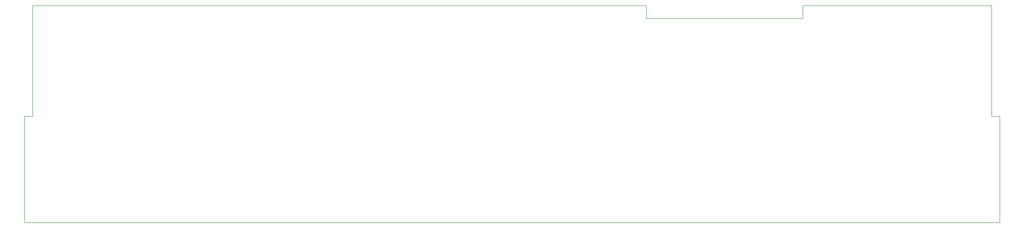
<source format=gbr>
%TF.GenerationSoftware,KiCad,Pcbnew,8.0.6*%
%TF.CreationDate,2025-01-17T17:26:35+00:00*%
%TF.ProjectId,top,746f702e-6b69-4636-9164-5f7063625858,rev?*%
%TF.SameCoordinates,Original*%
%TF.FileFunction,Profile,NP*%
%FSLAX46Y46*%
G04 Gerber Fmt 4.6, Leading zero omitted, Abs format (unit mm)*
G04 Created by KiCad (PCBNEW 8.0.6) date 2025-01-17 17:26:35*
%MOMM*%
%LPD*%
G01*
G04 APERTURE LIST*
%TA.AperFunction,Profile*%
%ADD10C,0.050000*%
%TD*%
G04 APERTURE END LIST*
D10*
X255500000Y-110200000D02*
X255500000Y-89100000D01*
X253900000Y-89100000D02*
X253900000Y-67200000D01*
X63900000Y-67200000D02*
X63900000Y-89100000D01*
X185450000Y-67200000D02*
X185450000Y-69700000D01*
X216450000Y-69700000D02*
X200950000Y-69700000D01*
X185450000Y-67200000D02*
X63900000Y-67200000D01*
X216450000Y-67200000D02*
X216450000Y-69700000D01*
X63900000Y-110200000D02*
X253900000Y-110200000D01*
X63900000Y-89100000D02*
X62300000Y-89100000D01*
X255500000Y-89100000D02*
X253900000Y-89100000D01*
X253900000Y-67200000D02*
X216450000Y-67200000D01*
X62300000Y-110200000D02*
X63900000Y-110200000D01*
X62300000Y-89100000D02*
X62300000Y-110200000D01*
X253900000Y-110200000D02*
X255500000Y-110200000D01*
X200950000Y-69700000D02*
X185450000Y-69700000D01*
M02*

</source>
